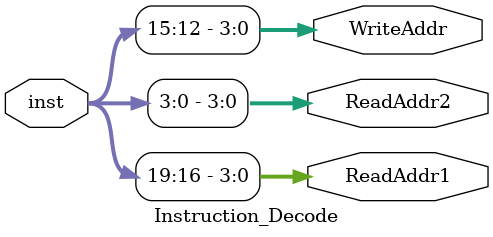
<source format=v>
module Instruction_Decode(
	input[31:0] inst,
	output reg[3:0] ReadAddr1,
	output reg[3:0] ReadAddr2,
	output reg[3:0] WriteAddr
	);
	

	always @ (*)
	begin
		ReadAddr1 = inst[19:16];
		ReadAddr2 = inst[3:0];
		WriteAddr = inst[15:12];
	end

endmodule

</source>
